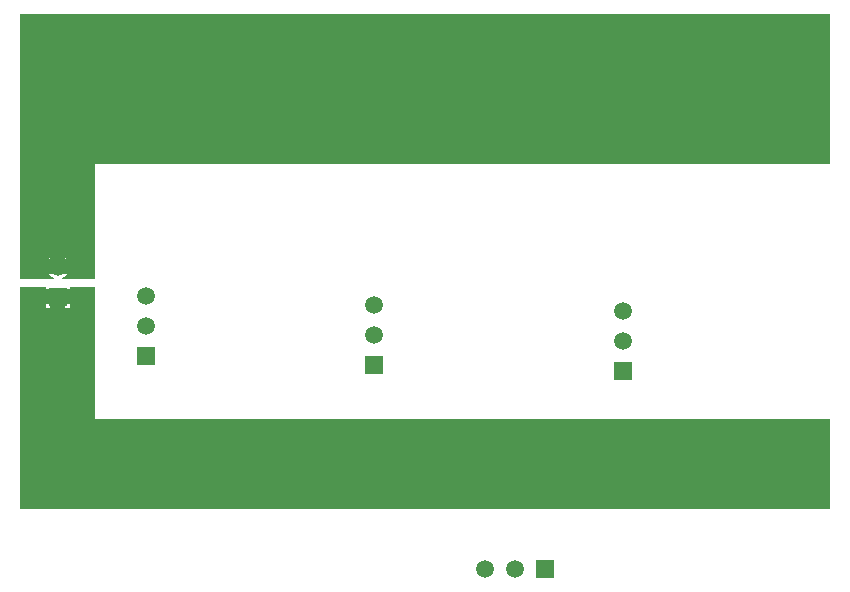
<source format=gbl>
G04*
G04 #@! TF.GenerationSoftware,Altium Limited,Altium Designer,20.1.11 (218)*
G04*
G04 Layer_Physical_Order=2*
G04 Layer_Color=16711680*
%FSLAX25Y25*%
%MOIN*%
G70*
G04*
G04 #@! TF.SameCoordinates,0A123B17-7C5E-4AB7-81A3-E10484C352A0*
G04*
G04*
G04 #@! TF.FilePolarity,Positive*
G04*
G01*
G75*
%ADD24C,0.05906*%
%ADD25R,0.05906X0.05906*%
%ADD26R,0.05906X0.05906*%
%ADD27C,0.02756*%
G36*
X30197Y65197D02*
X275197D01*
Y35197D01*
X5197D01*
Y109373D01*
X13754D01*
Y108517D01*
X17706D01*
X21659D01*
Y109373D01*
X30197D01*
Y65197D01*
D02*
G37*
G36*
X275197Y150197D02*
X30197D01*
Y111776D01*
X19105D01*
X19005Y112276D01*
X19700Y112564D01*
X20526Y113198D01*
X20771Y113517D01*
X17706D01*
X14642D01*
X14887Y113198D01*
X15713Y112564D01*
X16408Y112276D01*
X16308Y111776D01*
X5197D01*
Y200197D01*
X275197D01*
Y150197D01*
D02*
G37*
%LPC*%
G36*
X21659Y103517D02*
X20207D01*
Y102064D01*
X21659D01*
Y103517D01*
D02*
G37*
G36*
X15206D02*
X13754D01*
Y102064D01*
X15206D01*
Y103517D01*
D02*
G37*
G36*
X20207Y119081D02*
Y118517D01*
X20771D01*
X20526Y118836D01*
X20207Y119081D01*
D02*
G37*
G36*
X15206D02*
X14887Y118836D01*
X14642Y118517D01*
X15206D01*
Y119081D01*
D02*
G37*
%LPD*%
D24*
X17706Y116017D02*
D03*
X160197Y15197D02*
D03*
X170197D02*
D03*
X47197Y106197D02*
D03*
Y96197D02*
D03*
X123197Y103197D02*
D03*
Y93197D02*
D03*
X206197Y101197D02*
D03*
Y91197D02*
D03*
D25*
X17706Y106017D02*
D03*
X47197Y86197D02*
D03*
X123197Y83197D02*
D03*
X206197Y81197D02*
D03*
D26*
X180197Y15197D02*
D03*
D27*
X15197Y95197D02*
D03*
X20197D02*
D03*
X10197Y120197D02*
D03*
X15197Y125197D02*
D03*
X20197D02*
D03*
X25197Y120197D02*
D03*
X10197Y105197D02*
D03*
X25197D02*
D03*
X265197Y40197D02*
D03*
X255197D02*
D03*
X245197D02*
D03*
Y50197D02*
D03*
X255197D02*
D03*
X265197D02*
D03*
Y60197D02*
D03*
X255197D02*
D03*
X245197D02*
D03*
X185197Y40197D02*
D03*
X175197D02*
D03*
X165197D02*
D03*
Y50197D02*
D03*
X175197D02*
D03*
X185197D02*
D03*
Y60197D02*
D03*
X175197D02*
D03*
X95197D02*
D03*
X165197D02*
D03*
X95197Y50197D02*
D03*
Y40197D02*
D03*
X85197D02*
D03*
Y50197D02*
D03*
Y60197D02*
D03*
X105197Y40197D02*
D03*
Y50197D02*
D03*
Y60197D02*
D03*
X249197Y172197D02*
D03*
X239197D02*
D03*
X229197D02*
D03*
Y162197D02*
D03*
X239197D02*
D03*
X249197D02*
D03*
X259197D02*
D03*
Y172197D02*
D03*
Y182197D02*
D03*
X249197D02*
D03*
X239197D02*
D03*
X229197D02*
D03*
X180197Y160197D02*
D03*
X170197D02*
D03*
X160197D02*
D03*
X150197D02*
D03*
Y170197D02*
D03*
X160197D02*
D03*
X170197D02*
D03*
X180197D02*
D03*
Y180197D02*
D03*
X170197D02*
D03*
X160197D02*
D03*
X150197D02*
D03*
X90197Y170197D02*
D03*
X80197D02*
D03*
X70197D02*
D03*
Y160197D02*
D03*
X80197D02*
D03*
X90197D02*
D03*
X100197D02*
D03*
Y170197D02*
D03*
Y180197D02*
D03*
X90197D02*
D03*
X80197D02*
D03*
X70197D02*
D03*
M02*

</source>
